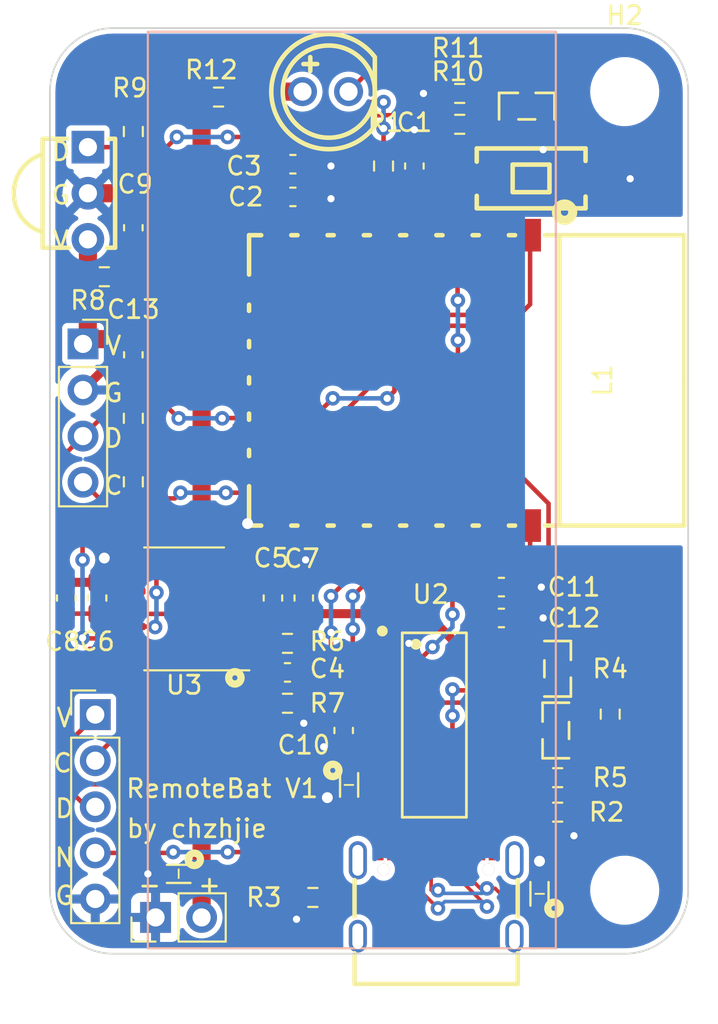
<source format=kicad_pcb>
(kicad_pcb (version 20211014) (generator pcbnew)
  (layers (0 "F.Cu" signal) (31 "B.Cu" signal) (34 "B.Paste" user) (35 "F.Paste" user) (36 "B.SilkS" user "B.Silkscreen") (37 "F.SilkS" user "F.Silkscreen") (38 "B.Mask" user) (39 "F.Mask" user) (44 "Edge.Cuts" user))
  (net 0 "")
  (net 1 "CHIP_PU")
  (net 2 "GND")
  (net 3 "+3V0")
  (net 4 "NRST")
  (net 6 "D+")
  (net 7 "D-")
  (net 8 "INT")
  (net 9 "SDA")
  (net 10 "SCL")
  (net 20 "GPIO9")
  (net 23 "RXD")
  (net 24 "TXD")
  (net 25 "Net-(Q1-Pad1)")
  (net 26 "RTS")
  (net 27 "Net-(Q2-Pad1)")
  (net 28 "DTR")
  (net 29 "Net-(R2-Pad1)")
  (net 30 "Net-(R3-Pad1)")
  (net 31 "Net-(R7-Pad2)")
  (net 55 "SWDIO")
  (net 56 "SWCLK")
  (net 57 "Net-(C9-Pad1)")
  (net 58 "IR_RX")
  (net 59 "Net-(IR2-Pad1)")
  (net 60 "Net-(IR2-Pad2)")
  (net 61 "IR_TX")
  (net 62 "Net-(Q3-Pad1)")
  (footprint "easyeda2kicad:USB-C-SMD_G-SWITCH_GT-USB-7010ASV" (layer "F.Cu") (at 133.6 114.1325)
    (fp_text reference "U1")
    (fp_text value "GT-USB-7010ASV")
  )
  (footprint "Resistor_SMD:R_0603_1608Metric_Pad0.98x0.95mm_HandSolder" (layer "F.Cu") (at 134.9 71.8)
    (fp_text reference "R10")
    (fp_text value "1K")
  )
  (footprint "Capacitor_SMD:C_0603_1608Metric_Pad1.08x0.95mm_HandSolder" (layer "F.Cu") (at 113.2 97.9 90)
    (fp_text reference "C8")
    (fp_text value "0.1uF")
  )
  (footprint "Capacitor_SMD:C_0603_1608Metric_Pad1.08x0.95mm_HandSolder" (layer "F.Cu") (at 125.4 102)
    (fp_text reference "C4")
    (fp_text value "100nF")
  )
  (footprint "Resistor_SMD:R_0603_1608Metric_Pad0.98x0.95mm_HandSolder" (layer "F.Cu") (at 140.3 109.7)
    (fp_text reference "R2")
    (fp_text value "5.1K")
  )
  (footprint "Connector_PinHeader_2.54mm:PinHeader_1x05_P2.54mm_Vertical" (layer "F.Cu") (at 114.8 104.325)
    (fp_text reference "J1")
    (fp_text value "SWD")
  )
  (footprint "Capacitor_SMD:C_0603_1608Metric_Pad1.08x0.95mm_HandSolder" (layer "F.Cu") (at 116.9 84.5 -90)
    (fp_text reference "C13")
    (fp_text value "100nF")
  )
  (footprint "Resistor_SMD:R_0603_1608Metric_Pad0.98x0.95mm_HandSolder" (layer "F.Cu") (at 130.7 74.1 90)
    (fp_text reference "R1")
    (fp_text value "10K")
  )
  (footprint "Resistor_SMD:R_0603_1608Metric_Pad0.98x0.95mm_HandSolder" (layer "F.Cu") (at 116.9 88 -90)
    (fp_text reference "R13")
    (fp_text value "4.7K")
  )
  (footprint "Resistor_SMD:R_0603_1608Metric_Pad0.98x0.95mm_HandSolder" (layer "F.Cu") (at 121.6 70.3 180)
    (fp_text reference "R12")
    (fp_text value "30")
  )
  (footprint "Resistor_SMD:R_0603_1608Metric_Pad0.98x0.95mm_HandSolder" (layer "F.Cu") (at 140.3 107.8)
    (fp_text reference "R5")
    (fp_text value "10K")
  )
  (footprint "Capacitor_SMD:C_0603_1608Metric_Pad1.08x0.95mm_HandSolder" (layer "F.Cu") (at 116.9 77.5 90)
    (fp_text reference "C9")
    (fp_text value "10uF")
  )
  (footprint "Resistor_SMD:R_0603_1608Metric_Pad0.98x0.95mm_HandSolder" (layer "F.Cu") (at 125.4 100.4)
    (fp_text reference "R6")
    (fp_text value "10K")
  )
  (footprint "Capacitor_SMD:C_0603_1608Metric_Pad1.08x0.95mm_HandSolder" (layer "F.Cu") (at 124.6 97.9 90)
    (fp_text reference "C5")
    (fp_text value "10uF")
  )
  (footprint "easyeda2kicad:SOT-23-3_L2.9-W1.3-P1.90-LS2.4-BR" (layer "F.Cu") (at 138.6 70.8 -90)
    (fp_text reference "Q3")
    (fp_text value "L8050QLT1G")
  )
  (footprint "Capacitor_SMD:C_0603_1608Metric_Pad1.08x0.95mm_HandSolder" (layer "F.Cu") (at 125.7 75.8)
    (fp_text reference "C2")
    (fp_text value "10uF")
  )
  (footprint "Capacitor_SMD:C_0603_1608Metric_Pad1.08x0.95mm_HandSolder" (layer "F.Cu") (at 137.2 99)
    (fp_text reference "C12")
    (fp_text value "0.1uF")
  )
  (footprint "Resistor_SMD:R_0603_1608Metric_Pad0.98x0.95mm_HandSolder" (layer "F.Cu") (at 134.9 70.1)
    (fp_text reference "R11")
    (fp_text value "10K")
  )
  (footprint "Resistor_SMD:R_0603_1608Metric_Pad0.98x0.95mm_HandSolder" (layer "F.Cu") (at 125.4 103.7 180)
    (fp_text reference "R7")
    (fp_text value "10K")
  )
  (footprint "Package_SO:TSSOP-20_4.4x6.5mm_P0.65mm" (layer "F.Cu") (at 119.7 98.5 180)
    (fp_text reference "U3")
    (fp_text value "STM32F030F4Px")
  )
  (footprint "Capacitor_SMD:C_0603_1608Metric_Pad1.08x0.95mm_HandSolder" (layer "F.Cu") (at 126.3 97.9 90)
    (fp_text reference "C7")
    (fp_text value "0.1uF")
  )
  (footprint "easyeda2kicad:LED-TH_BD5.0-P2.54-FD" (layer "F.Cu") (at 127.5 70)
    (fp_text reference "IR2")
    (fp_text value "IR333C/H0/L10")
  )
  (footprint "Resistor_SMD:R_0603_1608Metric_Pad0.98x0.95mm_HandSolder" (layer "F.Cu") (at 115.3 80.2)
    (fp_text reference "R8")
    (fp_text value "220")
  )
  (footprint "Capacitor_SMD:C_0603_1608Metric_Pad1.08x0.95mm_HandSolder" (layer "F.Cu") (at 132.4 74.1 90)
    (fp_text reference "C1")
    (fp_text value "1uF")
  )
  (footprint "Resistor_SMD:R_0603_1608Metric_Pad0.98x0.95mm_HandSolder" (layer "F.Cu") (at 116.9 91.5 90)
    (fp_text reference "R14")
    (fp_text value "4.7K")
  )
  (footprint "Connector_PinHeader_2.54mm:PinHeader_1x02_P2.54mm_Vertical" (layer "F.Cu") (at 118.125 115.5 90)
    (fp_text reference "J2")
    (fp_text value "Conn_01x02")
  )
  (footprint "Connector_PinSocket_2.54mm:PinSocket_1x04_P2.54mm_Vertical" (layer "F.Cu") (at 114.125 83.9)
    (fp_text reference "J3")
    (fp_text value "SHTC3")
  )
  (footprint "Resistor_SMD:R_0603_1608Metric_Pad0.98x0.95mm_HandSolder" (layer "F.Cu") (at 126.8 114.4 180)
    (fp_text reference "R3")
    (fp_text value "5.1K")
  )
  (footprint "Capacitor_SMD:C_0603_1608Metric_Pad1.08x0.95mm_HandSolder" (layer "F.Cu") (at 128.5 105.2 -90)
    (fp_text reference "C10")
    (fp_text value "0.1uF")
  )
  (footprint "Resistor_SMD:R_0603_1608Metric_Pad0.98x0.95mm_HandSolder" (layer "F.Cu") (at 116.9 72.2 90)
    (fp_text reference "R9")
    (fp_text value "10K")
  )
  (footprint "easyeda2kicad:SOT-23-3_L2.9-W1.3-P1.90-LS2.4-BR" (layer "F.Cu") (at 140.3 101.8 180)
    (fp_text reference "Q1")
    (fp_text value "L8050QLT1G")
  )
  (footprint "easyeda2kicad:OPTO-TH_IRM-3638T" (layer "F.Cu") (at 114.394511 75.6 -90)
    (fp_text reference "IR1")
    (fp_text value "IRM-3638T")
  )
  (footprint "Capacitor_SMD:C_0603_1608Metric_Pad1.08x0.95mm_HandSolder" (layer "F.Cu") (at 114.9 97.9 90)
    (fp_text reference "C6")
    (fp_text value "10uF")
  )
  (footprint "easyeda2kicad:SOD-523_L1.2-W0.8-LS1.6-BI" (layer "F.Cu") (at 128.8 108.2 -90)
    (fp_text reference "D3")
    (fp_text value "LESD5D5.0CT1G")
  )
  (footprint "easyeda2kicad:SW-SMD_L6.0-W3.3-LS8.0" (layer "F.Cu") (at 138.7 74.8 180)
    (fp_text reference "SW1")
    (fp_text value "TS-1101-C-W")
  )
  (footprint "easyeda2kicad:SOT-23-3_L2.9-W1.3-P1.90-LS2.4-BR" (layer "F.Cu") (at 140.2 105.2)
    (fp_text reference "Q2")
    (fp_text value "L8050QLT1G")
  )
  (footprint "easyeda2kicad:SOD-523_L1.2-W0.8-LS1.6-BI" (layer "F.Cu") (at 139.3 114.2 90)
    (fp_text reference "D2")
    (fp_text value "LESD5D5.0CT1G")
  )
  (footprint "easyeda2kicad:WIRELM-SMD_ESP-C3-12F-2M" (layer "F.Cu") (at 131.0325 85.91 -90)
    (fp_text reference "L1")
    (fp_text value "ESP-C3-12F-4M")
  )
  (footprint "Capacitor_SMD:C_0603_1608Metric_Pad1.08x0.95mm_HandSolder" (layer "F.Cu") (at 125.7 74)
    (fp_text reference "C3")
    (fp_text value "0.1uF")
  )
  (footprint "Resistor_SMD:R_0603_1608Metric_Pad0.98x0.95mm_HandSolder" (layer "F.Cu") (at 143.2 104.3 90)
    (fp_text reference "R4")
    (fp_text value "10K")
  )
  (footprint "easyeda2kicad:SOD-523_L1.2-W0.8-LS1.6-BI" (layer "F.Cu") (at 119.4 113.1 180)
    (fp_text reference "D4")
    (fp_text value "LESD5D5.0CT1G")
  )
  (footprint "Capacitor_SMD:C_0603_1608Metric_Pad1.08x0.95mm_HandSolder" (layer "F.Cu") (at 137.2 97.3)
    (fp_text reference "C11")
    (fp_text value "10uF")
  )
  (footprint "MountingHole:MountingHole_3.2mm_M3" (layer "F.Cu") (at 144 114)
    (fp_text reference "H1")
    (fp_text value "MountingHole")
  )
  (footprint "easyeda2kicad:SOP-16_L10.0-W3.9-P1.27-LS6.0-BL" (layer "F.Cu") (at 133.5 104.9 -90)
    (fp_text reference "U2")
    (fp_text value "CH340C")
  )
  (footprint "MountingHole:MountingHole_3.2mm_M3" (layer "F.Cu") (at 144 70)
    (fp_text reference "H2")
    (fp_text value "MountingHole")
  )
  (footprint "my_lib:BatCell_AAA" (layer "B.Cu") (at 140.2 66.7 180)
    (fp_text reference "Conn1")
    (fp_text value "BatCell_AAA")
  )
  (gr_circle (center 120.258579 112.3) (end 120.4 112.3) (layer "F.SilkS") (width 0.4) (fill none))
  (gr_circle (center 140.1 115) (end 140.241421 115) (layer "F.SilkS") (width 0.4) (fill none))
  (gr_circle (center 127.9 107.4) (end 128.041421 107.4) (layer "F.SilkS") (width 0.4) (fill none))
  (gr_circle (center 122.5 102.3) (end 122.641421 102.3) (layer "F.SilkS") (width 0.4) (fill none))
  (gr_arc (start 144 66.5) (mid 146.474874 67.525126) (end 147.5 70) (layer "Edge.Cuts") (width 0.1))
  (gr_line (start 147.5 114) (end 147.5 70) (layer "Edge.Cuts") (width 0.1))
  (gr_line (start 112.3 70) (end 112.3 114) (layer "Edge.Cuts") (width 0.1))
  (gr_line (start 144 66.5) (end 115.8 66.5) (layer "Edge.Cuts") (width 0.1))
  (gr_arc (start 147.5 114) (mid 146.474874 116.474874) (end 144 117.5) (layer "Edge.Cuts") (width 0.1))
  (gr_line (start 144 117.5) (end 115.8 117.5) (layer "Edge.Cuts") (width 0.1))
  (gr_arc (start 115.8 117.5) (mid 113.325126 116.474874) (end 112.3 114) (layer "Edge.Cuts") (width 0.1))
  (gr_arc (start 112.3 70) (mid 113.325126 67.525126) (end 115.8 66.5) (layer "Edge.Cuts") (width 0.1))
  (gr_text "D" (at 115.8 89.1) (layer "F.SilkS") (effects (font (size 1 1))))
  (gr_text "V" (at 115.8 84) (layer "F.SilkS") (effects (font (size 1 1))))
  (gr_text "by chzhjie" (at 120.4 110.6) (layer "F.SilkS") (effects (font (size 1 1))))
  (gr_text "N" (at 113.1 112.2) (layer "F.SilkS") (effects (font (size 1 1))))
  (gr_text "G" (at 112.9 75.7) (layer "F.SilkS") (effects (font (size 1 1))))
  (gr_text "G" (at 113.1 114.3) (layer "F.SilkS") (effects (font (size 1 1))))
  (gr_text "+" (at 121.1 113.7) (layer "F.SilkS") (effects (font (size 1 1))))
  (gr_text "RemoteBat V1" (at 121.8 108.4) (layer "F.SilkS") (effects (font (size 1 1))))
  (gr_text "C" (at 113 107) (layer "F.SilkS") (effects (font (size 1 1))))
  (gr_text "V" (at 113.1 104.5) (layer "F.SilkS") (effects (font (size 1 1))))
  (gr_text "C" (at 115.8 91.7) (layer "F.SilkS") (effects (font (size 1 1))))
  (gr_text "V" (at 112.9 78.2) (layer "F.SilkS") (effects (font (size 1 1))))
  (gr_text "D" (at 112.9 73.3) (layer "F.SilkS") (effects (font (size 1 1))))
  (gr_text "D" (at 113.1 109.5) (layer "F.SilkS") (effects (font (size 1 1))))
  (gr_text "-" (at 117.8 113.7) (layer "F.SilkS") (effects (font (size 1 1))))
  (gr_text "G" (at 115.8 86.6) (layer "F.SilkS") (effects (font (size 1 1))))
  (segment (start 134.7825 74.8825) (end 134.7 74.8) (width 0.25) (layer "F.Cu") (net 1))
  (segment (start 134.8 87.7) (end 139.8 92.7) (width 0.25) (layer "F.Cu") (net 1))
  (segment (start 134.8 83.7) (end 134.8 87.7) (width 0.25) (layer "F.Cu") (net 1))
  (segment (start 132.4 74.9625) (end 134.5375 74.9625) (width 0.25) (layer "F.Cu") (net 1))
  (segment (start 134.7825 77.91) (end 134.7825 74.8825) (width 0.25) (layer "F.Cu") (net 1))
  (segment (start 134.7825 81.4825) (end 134.7825 77.91) (width 0.25) (layer "F.Cu") (net 1))
  (segment (start 141.3 97.3) (end 141.3 101.8) (width 0.25) (layer "F.Cu") (net 1))
  (segment (start 139.8 95.8) (end 141.3 97.3) (width 0.25) (layer "F.Cu") (net 1))
  (segment (start 134.5375 74.9625) (end 134.7 74.8) (width 0.25) (layer "F.Cu") (net 1))
  (segment (start 130.75 74.9625) (end 130.7 75.0125) (width 0.25) (layer "F.Cu") (net 1))
  (segment (start 134.8 81.5) (end 134.7825 81.4825) (width 0.25) (layer "F.Cu") (net 1))
  (segment (start 132.4 74.9625) (end 130.75 74.9625) (width 0.25) (layer "F.Cu") (net 1))
  (segment (start 139.8 92.7) (end 139.8 95.8) (width 0.25) (layer "F.Cu") (net 1))
  (via (at 134.8 81.5) (size 0.8) (drill 0.4) (layers "F.Cu" "B.Cu") (net 1))
  (via (at 134.8 83.7) (size 0.8) (drill 0.4) (layers "F.Cu" "B.Cu") (net 1))
  (segment (start 134.8 83.7) (end 134.8 81.5) (width 0.25) (layer "B.Cu") (net 1))
  (segment (start 141.2 111) (end 141.2 109.7125) (width 0.5) (layer "F.Cu") (net 2))
  (segment (start 124.6 97.0375) (end 126.3 97.0375) (width 0.5) (layer "F.Cu") (net 2))
  (segment (start 130.4 111.7325) (end 130.4 111.3) (width 0.5) (layer "F.Cu") (net 2))
  (segment (start 128.4625 106.1) (end 128.5 106.0625) (width 0.5) (layer "F.Cu") (net 2))
  (segment (start 130.4 111.3) (end 128.8 109.7) (width 0.5) (layer "F.Cu") (net 2))
  (segment (start 116.9 76.2) (end 116.3 75.6) (width 1) (layer "F.Cu") (net 2))
  (segment (start 139.3 111) (end 139.3 112.4) (width 0.5) (layer "F.Cu") (net 2))
  (segment (start 139.5 71.85) (end 139.55 71.8) (width 0.5) (layer "F.Cu") (net 2))
  (segment (start 132.9 70.1) (end 133.9875 70.1) (width 0.5) (layer "F.Cu") (net 2))
  (segment (start 144.3 74.8) (end 142.7 74.8) (width 0.5) (layer "F.Cu") (net 2))
  (segment (start 126.4 96.9375) (end 126.3 97.0375) (width 0.5) (layer "F.Cu") (net 2))
  (segment (start 115.2025 85.3625) (end 114.125 86.44) (width 0.5) (layer "F.Cu") (net 2))
  (segment (start 113.2 97.0375) (end 114.9 97.0375) (width 0.5) (layer "F.Cu") (net 2))
  (segment (start 116.0375 98.175) (end 114.9 97.0375) (width 0.25) (layer "F.Cu") (net 2))
  (segment (start 126.6625 74.1) (end 126.5625 74) (width 0.5) (layer "F.Cu") (net 2))
  (segment (start 126.3 104.8) (end 126.3 103.7125) (width 0.5) (layer "F.Cu") (net 2))
  (segment (start 136.8 111.7325) (end 136.8 111.2) (width 0.5) (layer "F.Cu") (net 2))
  (segment (start 126.3 103.7125) (end 126.3125 103.7) (width 0.5) (layer "F.Cu") (net 2))
  (segment (start 115.3 95.7) (end 115.3 96.6375) (width 0.5) (layer "F.Cu") (net 2))
  (segment (start 132.1 100.4) (end 130.68 100.4) (width 0.25) (layer "F.Cu") (net 2))
  (segment (start 139 110.7) (end 139.3 111) (width 0.5) (layer "F.Cu") (net 2))
  (segment (start 130.68 100.4) (end 130.63 100.45) (width 0.25) (layer "F.Cu") (net 2))
  (segment (start 132.4 72.1) (end 132.4 73.2375) (width 0.5) (layer "F.Cu") (net 2))
  (segment (start 139.5 73.2) (end 139.5 71.85) (width 0.5) (layer "F.Cu") (net 2))
  (segment (start 124.6725 93.8) (end 124.7825 93.91) (width 0.5) (layer "F.Cu") (net 2))
  (segment (start 116.9 85.3625) (end 115.2025 85.3625) (width 0.5) (layer "F.Cu") (net 2))
  (segment (start 116.8375 98.175) (end 116.0375 98.175) (width 0.25) (layer "F.Cu") (net 2))
  (segment (start 125.9 115.6) (end 125.9 114.4125) (width 0.5) (layer "F.Cu") (net 2))
  (segment (start 125.9 114.4125) (end 125.8875 114.4) (width 0.5) (layer "F.Cu") (net 2))
  (segment (start 139.4 97.3) (end 138.0625 97.3) (width 0.5) (layer "F.Cu") (net 2))
  (segment (start 123.2 93.8) (end 124.6725 93.8) (width 0.5) (layer "F.Cu") (net 2))
  (segment (start 126.4 95.8) (end 126.4 96.9375) (width 0.5) (layer "F.Cu") (net 2))
  (segment (start 136.8 111.2) (end 137.3 110.7) (width 0.5) (layer "F.Cu") (net 2))
  (segment (start 128.8 109.7) (end 128.8 108.95) (width 0.5) (layer "F.Cu") (net 2))
  (segment (start 127.4 106.1) (end 128.4625 106.1) (width 0.5) (layer "F.Cu") (net 2))
  (segment (start 128.8 108.95) (end 127.65 108.95) (width 0.5) (layer "F.Cu") (net 2))
  (segment (start 118.65 113.1) (end 117.7 113.1) (width 0.5) (layer "F.Cu") (net 2))
  (segment (start 127.8 74.1) (end 126.6625 74.1) (width 0.5) (layer "F.Cu") (net 2))
  (segment (start 126.6625 75.9) (end 126.5625 75.8) (width 0.5) (layer "F.Cu") (net 2))
  (segment (start 126.3125 102.05) (end 126.2625 102) (width 0.5) (layer "F.Cu") (net 2))
  (segment (start 116.9 76.6375) (end 116.9 76.2) (width 1) (layer "F.Cu") (net 2))
  (segment (start 139.3 113.45) (end 139.3 112.4) (width 0.5) (layer "F.Cu") (net 2))
  (segment (start 127.65 108.95) (end 127.6 108.9) (width 0.5) (layer "F.Cu") (net 2))
  (segment (start 116.3 75.6) (end 114.394511 75.6) (width 1) (layer "F.Cu") (net 2))
  (segment (start 127.8 75.9) (end 126.6625 75.9) (width 0.5) (layer "F.Cu") (net 2))
  (segment (start 141.2 109.7125) (end 141.2125 109.7) (width 0.5) (layer "F.Cu") (net 2))
  (segment (start 115.3 96.6375) (end 114.9 97.0375) (width 0.5) (layer "F.Cu") (net 2))
  (segment (start 139.5 99) (end 138.0625 99) (width 0.5) (layer "F.Cu") (net 2))
  (segment (start 137.3 110.7) (end 139 110.7) (width 0.5) (layer "F.Cu") (net 2))
  (segment (start 126.3125 103.7) (end 126.3125 102.05) (width 0.5) (layer "F.Cu") (net 2))
  (via (at 127.8 75.9) (size 0.8) (drill 0.4) (layers "F.Cu" "B.Cu") (net 2))
  (via (at 132.1 100.4) (size 0.8) (drill 0.4) (layers "F.Cu" "B.Cu") (net 2))
  (via (at 132.4 72.1) (size 0.8) (drill 0.4) (layers "F.Cu" "B.Cu") (net 2))
  (via (at 126.3 104.8) (size 0.8) (drill 0.4) (layers "F.Cu" "B.Cu") (net 2))
  (via (at 127.4 106.1) (size 0.8) (drill 0.4) (layers "F.Cu" "B.Cu") (net 2))
  (via (at 141.2 111) (size 0.8) (drill 0.4) (layers "F.Cu" "B.Cu") (net 2))
  (via (at 127.8 74.1) (size 0.8) (drill 0.4) (layers "F.Cu" "B.Cu") (net 2))
  (via (at 123.2 93.8) (size 1) (drill 0.6) (layers "F.Cu" "B.Cu") (net 2))
  (via (at 126.4 95.8) (size 0.8) (drill 0.4) (layers "F.Cu" "B.Cu") (net 2))
  (via (at 139.3 112.4) (size 1) (drill 0.6) (layers "F.Cu" "B.Cu") (net 2))
  (via (at 144.3 74.8) (size 0.8) (drill 0.4) (layers "F.Cu" "B.Cu") (net 2))
  (via (at 139.5 73.2) (size 0.8) (drill 0.4) (layers "F.Cu" "B.Cu") (net 2))
  (via (at 127.6 108.9) (size 1) (drill 0.6) (layers "F.Cu" "B.Cu") (net 2))
  (via (at 139.4 97.3) (size 0.8) (drill 0.4) (layers "F.Cu" "B.Cu") (net 2))
  (via (at 115.3 95.7) (size 1) (drill 0.6) (layers "F.Cu" "B.Cu") (net 2))
  (via (at 132.9 70.1) (size 0.8) (drill 0.4) (layers "F.Cu" "B.Cu") (net 2))
  (via (at 117.7 113.1) (size 0.8) (drill 0.4) (layers "F.Cu" "B.Cu") (net 2))
  (via (at 125.9 115.6) (size 0.8) (drill 0.4) (layers "F.Cu" "B.Cu") (net 2))
  (via (at 139.5 99) (size 0.8) (drill 0.4) (layers "F.Cu" "B.Cu") (net 2))
  (segment (start 114.3875 80.2) (end 114.3875 83.6375) (width 1) (layer "F.Cu") (net 3))
  (segment (start 128.5 104.3375) (end 127.9625 104.3375) (width 0.25) (layer "F.Cu") (net 3))
  (segment (start 128.5675 104.27) (end 128.5 104.3375) (width 0.5) (layer "F.Cu") (net 3))
  (segment (start 136.37 99.0325) (end 136.3375 99) (width 0.5) (layer "F.Cu") (net 3))
  (segment (start 124.7825 75.855) (end 124.8375 75.8) (width 1) (layer "F.Cu") (net 3))
  (segment (start 113.5 107.8) (end 113.865 108.165) (width 0.25) (layer "F.Cu") (net 3))
  (segment (start 120.665 98.965) (end 120.665 90.235) (width 1) (layer "F.Cu") (net 3))
  (segment (start 126.3 100.3875) (end 126.3125 100.4) (width 0.25) (layer "F.Cu") (net 3))
  (segment (start 124.6 98.7625) (end 126.3 98.7625) (width 0.25) (layer "F.Cu") (net 3))
  (segment (start 116.9 90.5875) (end 120.3125 90.5875) (width 1) (layer "F.Cu") (net 3))
  (segment (start 134.75 100.45) (end 133.0625 98.7625) (width 0.5) (layer "F.Cu") (net 3))
  (segment (start 124.5375 98.825) (end 124.6 98.7625) (width 0.25) (layer "F.Cu") (net 3))
  (segment (start 126.135 113.065) (end 120.665 113.065) (width 0.25) (layer "F.Cu") (net 3))
  (segment (start 130.7 70.5755) (end 130.0245 70.5755) (width 0.25) (layer "F.Cu") (net 3))
  (segment (start 116.9 83.6375) (end 114.3875 83.6375) (width 1) (layer "F.Cu") (net 3))
  (segment (start 116.9 83.6375) (end 116.9 83.3) (width 1) (layer "F.Cu") (net 3))
  (segment (start 120.665 90.235) (end 120.665 70.335) (width 1) (layer "F.Cu") (net 3))
  (segment (start 114.6 104.6) (end 113.5 105.7) (width 0.25) (layer "F.Cu") (net 3))
  (segment (start 136.3375 99) (end 136.3375 97.3) (width 0.5) (layer "F.Cu") (net 3))
  (segment (start 126.6 105.7) (end 126.6 112.6) (width 0.25) (layer "F.Cu") (net 3))
  (segment (start 114.9 98.7625) (end 113.2 98.7625) (width 0.25) (layer "F.Cu") (net 3))
  (segment (start 116.8375 98.825) (end 116.887011 98.775489) (width 0.25) (layer "F.Cu") (net 3))
  (segment (start 122.5625 98.825) (end 124.5375 98.825) (width 0.25) (layer "F.Cu") (net 3))
  (segment (start 133.0625 98.7625) (end 126.3 98.7625) (width 0.5) (layer "F.Cu") (net 3))
  (segment (start 122.3 77.9) (end 122.31 77.91) (width 1) (layer "F.Cu") (net 3))
  (segment (start 114.9625 98.825) (end 114.9 98.7625) (width 0.25) (layer "F.Cu") (net 3))
  (segment (start 136.37 100.45) (end 136.37 99.0325) (width 0.5) (layer "F.Cu") (net 3))
  (segment (start 116.9 88.9125) (end 116.9 90.5875) (width 1) (layer "F.Cu") (net 3))
  (segment (start 116.887011 98.775489) (end 120.475489 98.775489) (width 0.25) (layer "F.Cu") (net 3))
  (segment (start 113.865 108.165) (end 120.665 108.165) (width 0.25) (layer "F.Cu") (net 3))
  (segment (start 120.475489 98.775489) (end 120.665 98.965) (width 0.25) (layer "F.Cu") (net 3))
  (segment (start 124.8375 75.8) (end 124.8375 74) (width 1) (layer "F.Cu") (net 3))
  (segment (start 122.5625 98.825) (end 120.805 98.825) (width 0.25) (layer "F.Cu") (net 3))
  (segment (start 129.3 71.3) (end 121.6875 71.3) (width 0.25) (layer "F.Cu") (net 3))
  (segment (start 121.6875 71.3) (end 120.6875 70.3) (width 0.25) (layer "F.Cu") (net 3))
  (segment (start 124.7825 77.91) (end 124.7825 75.855) (width 1) (layer "F.Cu") (net 3))
  (segment (start 130.0245 70.5755) (end 129.3 71.3) (width 0.25) (layer "F.Cu") (net 3))
  (segment (start 127.9625 104.3375) (end 126.6 105.7) (width 0.25) (layer "F.Cu") (net 3))
  (segment (start 120.3125 90.5875) (end 120.665 90.235) (width 1) (layer "F.Cu") (net 3))
  (segment (start 117.8875 70.3) (end 116.9 71.2875) (width 1) (layer "F.Cu") (net 3))
  (segment (start 116.9 83.3) (end 121.165 79.035) (width 1) (layer "F.Cu") (net 3))
  (segment (start 120.805 98.825) (end 120.665 98.965) (width 0.25) (layer "F.Cu") (net 3))
  (segment (start 126.3 98.7625) (end 126.3 100.3875) (width 0.25) (layer "F.Cu") (net 3))
  (segment (start 130.7 73.1875) (end 130.7 72.0245) (width 0.25) (layer "F.Cu") (net 3))
  (segment (start 116.8375 98.825) (end 114.9625 98.825) (width 0.25) (layer "F.Cu") (net 3))
  (segment (start 114.3875 83.6375) (end 114.125 83.9) (width 1) (layer "F.Cu") (net 3))
  (segment (start 130.63 104.27) (end 128.5675 104.27) (width 0.5) (layer "F.Cu") (net 3))
  (segment (start 113.5 105.7) (end 113.5 107.8) (width 0.25) (layer "F.Cu") (net 3))
  (segment (start 114.394511 80.192989) (end 114.3875 80.2) (width 1) (layer "F.Cu") (net 3))
  (segment (start 120.665 115.5) (end 120.665 113.065) (width 1) (layer "F.Cu") (net 3))
  (segment (start 120.665 113.065) (end 120.665 98.965) (width 1) (layer "F.Cu") (net 3))
  (segment (start 121.165 79.035) (end 122.3 77.9) (width 1) (layer "F.Cu") (net 3))
  (segment (start 126.6 112.6) (end 126.135 113.065) (width 0.25) (layer "F.Cu") (net 3))
  (segment (start 136.37 100.45) (end 134.75 100.45) (width 0.5) (layer "F.Cu") (net 3))
  (segment (start 120.6875 70.3) (end 117.8875 70.3) (width 1) (layer "F.Cu") (net 3))
  (segment (start 122.31 77.91) (end 124.7825 77.91) (width 1) (layer "F.Cu") (net 3))
  (segment (start 114.394511 78.14) (end 114.394511 80.192989) (width 1) (layer "F.Cu") (net 3))
  (via (at 130.7 72.0245) (size 0.8) (drill 0.4) (layers "F.Cu" "B.Cu") (net 3))
  (via (at 130.7 70.5755) (size 0.8) (drill 0.4) (layers "F.Cu" "B.Cu") (net 3))
  (segment (start 130.7 72.0245) (end 130.7 70.5755) (width 0.25) (layer "B.Cu") (net 3))
  (segment (start 119.1 111.9) (end 119.055 111.945) (width 0.25) (layer "F.Cu") (net 4))
  (segment (start 125.2 102) (end 125.4 102.2) (width 0.25) (layer "F.Cu") (net 4))
  (segment (start 125.4 102.2) (end 125.4 110.7) (width 0.25) (layer "F.Cu") (net 4))
  (segment (start 125.4 110.7) (end 124.2 111.9) (width 0.25) (layer "F.Cu") (net 4))
  (segment (start 124.5375 102) (end 125.2 102) (width 0.25) (layer "F.Cu") (net 4))
  (segment (start 123.5625 99.475) (end 124.4875 100.4) (width 0.25) (layer "F.Cu") (net 4))
  (segment (start 122.5625 99.475) (end 123.5625 99.475) (width 0.25) (layer "F.Cu") (net 4))
  (segment (start 124.5375 102) (end 124.5375 100.45) (width 0.25) (layer "F.Cu") (net 4))
  (segment (start 124.5375 100.45) (end 124.4875 100.4) (width 0.25) (layer "F.Cu") (net 4))
  (segment (start 119.055 111.945) (end 114.8 111.945) (width 0.25) (layer "F.Cu") (net 4))
  (segment (start 124.2 111.9) (end 122.1 111.9) (width 0.25) (layer "F.Cu") (net 4))
  (via (at 122.1 111.9) (size 0.8) (drill 0.4) (layers "F.Cu" "B.Cu") (net 4))
  (via (at 119.1 111.9) (size 0.8) (drill 0.4) (layers "F.Cu" "B.Cu") (net 4))
  (segment (start 122.1 111.9) (end 119.1 111.9) (width 0.25) (layer "B.Cu") (net 4))
  (segment (start 136.036894 113.900497) (end 136.4 113.900497) (width 0.2) (layer "F.Cu") (net 6))
  (segment (start 133.336397 114) (end 133.7 114) (width 0.2) (layer "F.Cu") (net 6))
  (segment (start 133.35 111.7325) (end 133.35 112.662501) (width 0.2) (layer "F.Cu") (net 6))
  (segment (start 133.325 113.988603) (end 133.336397 114) (width 0.2) (layer "F.Cu") (net 6))
  (segment (start 133.325 110.777499) (end 133.325 107.1068) (width 0.2) (layer "F.Cu") (net 6))
  (segment (start 134.35 111.7325) (end 134.325001 111.757499) (width 0.2) (layer "F.Cu") (net 6))
  (segment (start 133.35 111.7325) (end 133.35 110.802499) (width 0.2) (layer "F.Cu") (net 6))
  (segment (start 133.35 110.802499) (end 133.325 110.777499) (width 0.2) (layer "F.Cu") (net 6))
  (segment (start 134.325001 111.757499) (end 134.325001 112.576523) (width 0.2) (layer "F.Cu") (net 6))
  (segment (start 139.3 114.95) (end 137.902979 114.95) (width 0.2) (layer "F.Cu") (net 6))
  (segment (start 132.1582 105.94) (end 131.915 105.94) (width 0.2) (layer "F.Cu") (net 6))
  (segment (start 131.505 105.53) (end 130.63 105.53) (width 0.2) (layer "F.Cu") (net 6))
  (segment (start 133.35 112.662501) (end 133.325 112.687501) (width 0.2) (layer "F.Cu") (net 6))
  (segment (start 133.325 107.1068) (end 132.1582 105.94) (width 0.2) (layer "F.Cu") (net 6))
  (segment (start 134.788408 112.652011) (end 136.036894 113.900497) (width 0.2) (layer "F.Cu") (net 6))
  (segment (start 134.400489 112.652011) (end 134.788408 112.652011) (width 0.2) (layer "F.Cu") (net 6))
  (segment (start 133.325 112.687501) (end 133.325 113.988603) (width 0.2) (layer "F.Cu") (net 6))
  (segment (start 136.4 113.900497) (end 136.853476 113.900497) (width 0.2) (layer "F.Cu") (net 6))
  (segment (start 134.325001 112.576523) (end 134.400489 112.652011) (width 0.2) (layer "F.Cu") (net 6))
  (segment (start 136.853476 113.900497) (end 137.902979 114.95) (width 0.2) (layer "F.Cu") (net 6))
  (segment (start 131.915 105.94) (end 131.505 105.53) (width 0.2) (layer "F.Cu") (net 6))
  (via (at 133.7 114) (size 0.8) (drill 0.4) (layers "F.Cu" "B.Cu") (net 6))
  (via (at 136.4 113.900497) (size 0.8) (drill 0.4) (layers "F.Cu" "B.Cu") (net 6))
  (segment (start 136.4 113.900497) (end 136.125249 114.175248) (width 0.2) (layer "B.Cu") (net 6))
  (segment (start 136.125249 114.175248) (end 133.875248 114.175248) (width 0.2) (layer "B.Cu") (net 6))
  (segment (start 133.875248 114.175248) (end 133.7 114) (width 0.2) (layer "B.Cu") (net 6))
  (segment (start 133.874999 111.757499) (end 133.874999 112.762904) (width 0.2) (layer "F.Cu") (net 7))
  (segment (start 132.875 112.687501) (end 132.875 114.175) (width 0.2) (layer "F.Cu") (net 7))
  (segment (start 132.85 111.7325) (end 132.85 112.662501) (width 0.2) (layer "F.Cu") (net 7))
  (segment (start 131.505 106.8) (end 130.63 106.8) (width 0.2) (layer "F.Cu") (net 7))
  (segment (start 132.875 110.777499) (end 132.875 107.2932) (width 0.2) (layer "F.Cu") (net 7))
  (segment (start 133.874999 112.762904) (end 134.214097 113.102002) (width 0.2) (layer "F.Cu") (net 7))
  (segment (start 132.875 107.2932) (end 131.9718 106.39) (width 0.2) (layer "F.Cu") (net 7))
  (segment (start 132.85 110.802499) (end 132.875 110.777499) (width 0.2) (layer "F.Cu") (net 7))
  (segment (start 131.915 106.39) (end 131.505 106.8) (width 0.2) (layer "F.Cu") (net 7))
  (segment (start 130.63 106.8) (end 130 106.8) (width 0.2) (layer "F.Cu") (net 7))
  (segment (start 132.85 111.7325) (end 132.85 110.802499) (width 0.2) (layer "F.Cu") (net 7))
  (segment (start 134.214097 113.102002) (end 134.602002 113.102002) (width 0.2) (layer "F.Cu") (net 7))
  (segment (start 132.875 114.175) (end 133.7 115) (width 0.2) (layer "F.Cu") (net 7))
  (segment (start 131.9718 106.39) (end 131.915 106.39) (width 0.2) (layer "F.Cu") (net 7))
  (segment (start 133.85 111.7325) (end 133.874999 111.757499) (width 0.2) (layer "F.Cu") (net 7))
  (segment (start 134.602002 113.102002) (end 136.4 114.9) (width 0.2) (layer "F.Cu") (net 7))
  (segment (start 129.35 107.45) (end 128.8 107.45) (width 0.2) (layer "F.Cu") (net 7))
  (segment (start 130 106.8) (end 129.35 107.45) (width 0.2) (layer "F.Cu") (net 7))
  (segment (start 132.85 112.662501) (end 132.875 112.687501) (width 0.2) (layer "F.Cu") (net 7))
  (via (at 133.7 115) (size 0.8) (drill 0.4) (layers "F.Cu" "B.Cu") (net 7))
  (via (at 136.4 114.9) (size 0.8) (drill 0.4) (layers "F.Cu" "B.Cu") (net 7))
  (segment (start 134.074752 114.625248) (end 133.7 115) (width 0.2) (layer "B.Cu") (net 7))
  (segment (start 136.4 114.9) (end 136.125249 114.625249) (width 0.2) (layer "B.Cu") (net 7))
  (segment (start 136.125249 114.625249) (end 134.074752 114.625248) (width 0.2) (layer "B.Cu") (net 7))
  (segment (start 121.5 93.9) (end 121.5 94.4) (width 0.25) (layer "F.Cu") (net 8))
  (segment (start 122.5625 98.175) (end 121.874639 98.175) (width 0.25) (layer "F.Cu") (net 8))
  (segment (start 134 82.9) (end 132 84.9) (width 0.25) (layer "F.Cu") (net 8))
  (segment (start 138.7825 81.7175) (end 137.6 82.9) (width 0.25) (layer "F.Cu") (net 8))
  (segment (start 124.150228 92.685489) (end 122.714511 92.685489) (width 0.25) (layer "F.Cu") (net 8))
  (segment (start 127.335718 89.5) (end 124.150228 92.685489) (width 0.25) (layer "F.Cu") (net 8))
  (segment (start 121.874639 98.175) (end 121.5 97.800361) (width 0.25) (layer "F.Cu") (net 8))
  (segment (start 132 84.9) (end 132 87.9) (width 0.25) (layer "F.Cu") (net 8))
  (segment (start 138.7825 77.91) (end 138.7825 81.7175) (width 0.25) (layer "F.Cu") (net 8))
  (segment (start 132 87.9) (end 130.4 89.5) (width 0.25) (layer "F.Cu") (net 8))
  (segment (start 121.5 97.800361) (end 121.5 94.3) (width 0.25) (layer "F.Cu") (net 8))
  (segment (start 137.6 82.9) (end 134 82.9) (width 0.25) (layer "F.Cu") (net 8))
  (segment (start 130.4 89.5) (end 127.335718 89.5) (width 0.25) (layer "F.Cu") (net 8))
  (segment (start 122.714511 92.685489) (end 121.5 93.9) (width 0.25) (layer "F.Cu") (net 8))
  (segment (start 119.4 88) (end 118.4875 87.0875) (width 0.25) (layer "F.Cu") (net 9))
  (segment (start 121.814511 87.985489) (end 121.8 88) (width 0.25) (layer "F.Cu") (net 9))
  (segment (start 114.1 95.8) (end 114.1 94.1) (width 0.25) (layer "F.Cu") (net 9))
  (segment (start 114.09812 100.09812) (end 114.09812 100.097179) (width 0.25) (layer "F.Cu") (net 9))
  (segment (start 116.0175 87.0875) (end 116.9 87.0875) (width 0.25) (layer "F.Cu") (net 9))
  (segment (start 136.7825 77.91) (end 136.7825 81.3175) (width 0.25) (layer "F.Cu") (net 9))
  (segment (start 135.8 82.3) (end 132.9 82.3) (width 0.25) (layer "F.Cu") (net 9))
  (segment (start 114.125 88.98) (end 116.0175 87.0875) (width 0.25) (layer "F.Cu") (net 9))
  (segment (start 118.4875 87.0875) (end 116.9 87.0875) (width 0.25) (layer "F.Cu") (net 9))
  (segment (start 112.8 92.8) (end 112.8 90.305) (width 0.25) (layer "F.Cu") (net 9))
  (segment (start 127.9 86.9) (end 126.814511 87.985489) (width 0.25) (layer "F.Cu") (net 9))
  (segment (start 131.3 83.9) (end 131.3 86.5) (width 0.25) (layer "F.Cu") (net 9))
  (segment (start 131.3 86.5) (end 130.9 86.9) (width 0.25) (layer "F.Cu") (net 9))
  (segment (start 132.9 82.3) (end 131.3 83.9) (width 0.25) (layer "F.Cu") (net 9))
  (segment (start 114.125 100.125) (end 114.09812 100.09812) (width 0.25) (layer "F.Cu") (net 9))
  (segment (start 136.7825 81.3175) (end 135.8 82.3) (width 0.25) (layer "F.Cu") (net 9))
  (segment (start 114.1 94.1) (end 112.8 92.8) (width 0.25) (layer "F.Cu") (net 9))
  (segment (start 112.8 90.305) (end 114.125 88.98) (width 0.25) (layer "F.Cu") (net 9))
  (segment (start 126.814511 87.985489) (end 121.814511 87.985489) (width 0.25) (layer "F.Cu") (net 9))
  (segment (start 116.8375 100.125) (end 114.125 100.125) (width 0.25) (layer "F.Cu") (net 9))
  (via (at 127.9 86.9) (size 0.8) (drill 0.4) (layers "F.Cu" "B.Cu") (net 9))
  (via (at 114.1 95.8) (size 0.8) (drill 0.4) (layers "F.Cu" "B.Cu") (net 9))
  (via (at 119.4 88) (size 0.8) (drill 0.4) (layers "F.Cu" "B.Cu") (net 9))
  (via (at 121.8 88) (size 0.8) (drill 0.4) (layers "F.Cu" "B.Cu") (net 9))
  (via (at 114.09812 100.097179) (size 0.8) (drill 0.4) (layers "F.Cu" "B.Cu") (net 9))
  (via (at 130.9 86.9) (size 0.8) (drill 0.4) (layers "F.Cu" "B.Cu") (net 9))
  (segment (start 121.8 88) (end 119.4 88) (width 0.25) (layer "B.Cu") (net 9))
  (segment (start 114.09812 95.80188) (end 114.1 95.8) (width 0.25) (layer "B.Cu") (net 9))
  (segment (start 114.09812 100.097179) (end 114.09812 95.80188) (width 0.25) (layer "B.Cu") (net 9))
  (segment (start 130.9 86.9) (end 127.9 86.9) (width 0.25) (layer "B.Cu") (net 9))
  (segment (start 117.7 92.4) (end 116.9125 92.4) (width 0.25) (layer "F.Cu") (net 10))
  (segment (start 122 92.1) (end 124.1 92.1) (width 0.25) (layer "F.Cu") (net 10))
  (segment (start 115.0175 92.4125) (end 114.125 91.52) (width 0.25) (layer "F.Cu") (net 10))
  (segment (start 118.1 99.5) (end 118.075 99.475) (width 0.25) (layer "F.Cu") (net 10))
  (segment (start 130.7825 85.4175) (end 130.7825 77.91) (width 0.25) (layer "F.Cu") (net 10))
  (segment (start 119.1875 92.4125) (end 116.9 92.4125) (width 0.25) (layer "F.Cu") (net 10))
  (segment (start 118.1745 92.8745) (end 117.7 92.4) (width 0.25) (layer "F.Cu") (net 10))
  (segment (start 116.9 92.4125) (end 115.0175 92.4125) (width 0.25) (layer "F.Cu") (net 10))
  (segment (start 118.1745 97.6) (end 118.1745 92.8745) (width 0.25) (layer "F.Cu") (net 10))
  (segment (start 124.1 92.1) (end 130.7825 85.4175) (width 0.25) (layer "F.Cu") (net 10))
  (segment (start 116.9125 92.4) (end 116.9 92.4125) (width 0.25) (layer "F.Cu") (net 10))
  (segment (start 119.5 92.1) (end 119.1875 92.4125) (width 0.25) (layer "F.Cu") (net 10))
  (segment (start 118.075 99.475) (end 116.8375 99.475) (width 0.25) (layer "F.Cu") (net 10))
  (via (at 118.1745 97.6) (size 0.8) (drill 0.4) (layers "F.Cu" "B.Cu") (net 10))
  (via (at 122 92.1) (size 0.8) (drill 0.4) (layers "F.Cu" "B.Cu") (net 10))
  (via (at 118.1 99.5) (size 0.8) (drill 0.4) (layers "F.Cu" "B.Cu") (net 10))
  (via (at 119.5 92.1) (size 0.8) (drill 0.4) (layers "F.Cu" "B.Cu") (net 10))
  (segment (start 118.1745 99.4255) (end 118.1745 97.6) (width 0.25) (layer "B.Cu") (net 10))
  (segment (start 119.5 92.1) (end 122 92.1) (width 0.25) (layer "B.Cu") (net 10))
  (segment (start 118.1 99.5) (end 118.1745 99.4255) (width 0.25) (layer "B.Cu") (net 10))
  (segment (start 130.7825 95.3175) (end 130.7825 93.91) (width 0.25) (layer "F.Cu") (net 20))
  (segment (start 127.8 97.8) (end 130 95.6) (width 0.25) (layer "F.Cu") (net 20))
  (segment (start 127.8 102.1) (end 127.8 99.8) (width 0.25) (layer "F.Cu") (net 20))
  (segment (start 129.36548 103.66548) (end 127.8 102.1) (width 0.25) (layer "F.Cu") (net 20))
  (segment (start 140.61548 103.66548) (end 129.36548 103.66548) (width 0.25) (layer "F.Cu") (net 20))
  (segment (start 130 95.6) (end 130.5 95.6) (width 0.25) (layer "F.Cu") (net 20))
  (segment (start 141.2 104.25) (end 140.61548 103.66548) (width 0.25) (layer "F.Cu") (net 20))
  (segment (start 130.5 95.6) (end 130.7825 95.3175) (width 0.25) (layer "F.Cu") (net 20))
  (via (at 127.8 97.8) (size 0.8) (drill 0.4) (layers "F.Cu" "B.Cu") (net 20))
  (via (at 127.8 99.8) (size 0.8) (drill 0.4) (layers "F.Cu" "B.Cu") (net 20))
  (segment (start 127.8 99.8) (end 127.8 97.8) (width 0.25) (layer "B.Cu") (net 20))
  (segment (start 134.0925 96.6) (end 136.7825 93.91) (width 0.25) (layer "F.Cu") (net 23))
  (segment (start 130.63 102.99) (end 130.065 102.99) (width 0.25) (layer "F.Cu") (net 23))
  (segment (start 129 101.925) (end 129 99.612) (width 0.25) (layer "F.Cu") (net 23))
  (segment (start 129 97.8) (end 130.2 96.6) (width 0.25) (layer "F.Cu") (net 23))
  (segment (start 130.2 96.6) (end 134.0925 96.6) (width 0.25) (layer "F.Cu") (net 23))
  (segment (start 130.065 102.99) (end 129 101.925) (width 0.25) (layer "F.Cu") (net 23))
  (via (at 129 99.612) (size 0.8) (drill 0.4) (layers "F.Cu" "B.Cu") (net 23))
  (via (at 129 97.8) (size 0.8) (drill 0.4) (layers "F.Cu" "B.Cu") (net 23))
  (segment (start 129 99.612) (end 129 97.8) (width 0.25) (layer "B.Cu") (net 23))
  (segment (start 138.5 95.6) (end 138.7825 95.3175) (width 0.25) (layer "F.Cu") (net 24))
  (segment (start 134.5 98.8) (end 134.5 97.4) (width 0.25) (layer "F.Cu") (net 24))
  (segment (start 134.5 97.4) (end 136.3 95.6) (width 0.25) (layer "F.Cu") (net 24))
  (segment (start 132.28 101.72) (end 130.63 101.72) (width 0.25) (layer "F.Cu") (net 24))
  (segment (start 136.3 95.6) (end 138.5 95.6) (width 0.25) (layer "F.Cu") (net 24))
  (segment (start 133.4 100.6) (end 132.28 101.72) (width 0.25) (layer "F.Cu") (net 24))
  (segment (start 138.7825 95.3175) (end 138.7825 93.91) (width 0.25) (layer "F.Cu") (net 24))
  (via (at 134.5 98.8) (size 0.8) (drill 0.4) (layers "F.Cu" "B.Cu") (net 24))
  (via (at 133.4 100.6) (size 0.8) (drill 0.4) (layers "F.Cu" "B.Cu") (net 24))
  (segment (start 134.5 99.5) (end 134.5 98.8) (width 0.25) (layer "B.Cu") (net 24))
  (segment (start 133.4 100.6) (end 134.5 99.5) (width 0.25) (layer "B.Cu") (net 24))
  (segment (start 139.3 101.3) (end 139.3 100.85) (width 0.25) (layer "F.Cu") (net 25))
  (segment (start 143.2 103.3875) (end 141.3875 103.3875) (width 0.25) (layer "F.Cu") (net 25))
  (segment (start 141.3875 103.3875) (end 139.3 101.3) (width 0.25) (layer "F.Cu") (net 25))
  (segment (start 136.37 102.99) (end 134.54902 102.99) (width 0.25) (layer "F.Cu") (net 26))
  (segment (start 139.3875 107.7875) (end 137.79548 106.19548) (width 0.25) (layer "F.Cu") (net 26))
  (segment (start 134.54902 102.99) (end 134.5 102.94098) (width 0.25) (layer "F.Cu") (net 26))
  (segment (start 136.37 102.99) (end 139.06 102.99) (width 0.25) (layer "F.Cu") (net 26))
  (segment (start 135.58556 106.19548) (end 134.5 105.10992) (width 0.25) (layer "F.Cu") (net 26))
  (segment (start 139.3875 107.8) (end 139.3875 107.7875) (width 0.25) (layer "F.Cu") (net 26))
  (segment (start 139.06 102.99) (end 139.3 102.75) (width 0.25) (layer "F.Cu") (net 26))
  (segment (start 134.5 105.10992) (end 134.5 104.38998) (width 0.25) (layer "F.Cu") (net 26))
  (segment (start 137.79548 106.19548) (end 135.58556 106.19548) (width 0.25) (layer "F.Cu") (net 26))
  (via (at 134.5 102.94098) (size 0.8) (drill 0.4) (layers "F.Cu" "B.Cu") (net 26))
  (via (at 134.5 104.38998) (size 0.8) (drill 0.4) (layers "F.Cu" "B.Cu") (net 26))
  (segment (start 134.5 104.38998) (end 134.5 102.94098) (width 0.25) (layer "B.Cu") (net 26))
  (segment (start 141.2 106.15) (end 141.2 107.7875) (width 0.25) (layer "F.Cu") (net 27))
  (segment (start 141.2 107.7875) (end 141.2125 107.8) (width 0.25) (layer "F.Cu") (net 27))
  (segment (start 136.37 104.27) (end 138.27 104.27) (width 0.25) (layer "F.Cu") (net 28))
  (segment (start 143.1875 105.2) (end 143.2 105.2125) (width 0.25) (layer "F.Cu") (net 28))
  (segment (start 139.2 105.2) (end 143.1875 105.2) (width 0.25) (layer "F.Cu") (net 28))
  (segment (start 138.27 104.27) (end 139.2 105.2) (width 0.25) (layer "F.Cu") (net 28))
  (segment (start 139.14298 109.94452) (end 139.3875 109.7) (width 0.25) (layer "F.Cu") (net 29))
  (segment (start 136.218958 109.94452) (end 139.14298 109.94452) (width 0.25) (layer "F.Cu") (net 29))
  (segment (start 135.35 111.7325) (end 135.35 110.813478) (width 0.25) (layer "F.Cu") (net 29))
  (segment (start 135.35 110.813478) (end 136.218958 109.94452) (width 0.25) (layer "F.Cu") (net 29))
  (segment (start 132.35 112.651522) (end 130.601522 114.4) (width 0.25) (layer "F.Cu") (net 30))
  (segment (start 132.35 111.7325) (end 132.35 112.651522) (width 0.25) (layer "F.Cu") (net 30))
  (segment (start 130.601522 114.4) (end 127.7125 114.4) (width 0.25) (layer "F.Cu") (net 30))
  (segment (start 124.4875 103.7) (end 123.5 103.7) (width 0.25) (layer "F.Cu") (net 31))
  (segment (start 122.5625 102.7625) (end 122.5625 101.425) (width 0.25) (layer "F.Cu") (net 31))
  (segment (start 123.5 103.7) (end 122.5625 102.7625) (width 0.25) (layer "F.Cu") (net 31))
  (segment (start 113 108.1) (end 114.305 109.405) (width 0.25) (layer "F.Cu") (net 55))
  (segment (start 114.305 109.405) (end 114.6 109.405) (width 0.25) (layer "F.Cu") (net 55))
  (segment (start 116.8375 100.775) (end 116.7625 100.7) (width 0.25) (layer "F.Cu") (net 55))
  (segment (start 114.5 100.7) (end 113 102.2) (width 0.25) (layer "F.Cu") (net 55))
  (segment (start 116.7625 100.7) (end 114.5 100.7) (width 0.25) (layer "F.Cu") (net 55))
  (segment (start 113 102.2) (end 113 108.1) (width 0.25) (layer "F.Cu") (net 55))
  (segment (start 116.875 101.425) (end 116.9 101.4) (width 0.25) (layer "F.Cu") (net 56))
  (segment (start 116.9 101.4) (end 116.9 104.565) (width 0.25) (layer "F.Cu") (net 56))
  (segment (start 116.9 104.565) (end 114.6 106.865) (width 0.25) (layer "F.Cu") (net 56))
  (segment (start 116.8375 101.425) (end 116.875 101.425) (width 0.25) (layer "F.Cu") (net 56))
  (segment (start 116.9 79.7) (end 116.9 78.3625) (width 1) (layer "F.Cu") (net 57))
  (segment (start 116.4 80.2) (end 116.9 79.7) (width 1) (layer "F.Cu") (net 57))
  (segment (start 116.2125 80.2) (end 116.4 80.2) (width 1) (layer "F.Cu") (net 57))
  (segment (start 118.6875 73.1125) (end 119.3 72.5) (width 0.25) (layer "F.Cu") (net 58))
  (segment (start 122.1 72.5) (end 128.2825 72.5) (width 0.25) (layer "F.Cu") (net 58))
  (segment (start 116.9 73.1125) (end 116.8475 73.06) (width 0.25) (layer "F.Cu") (net 58))
  (segment (start 128.7825 77.91) (end 128.7825 73) (width 0.25) (layer "F.Cu") (net 58))
  (segment (start 116.8475 73.06) (end 114.394511 73.06) (width 0.25) (layer "F.Cu") (net 58))
  (segment (start 128.2825 72.5) (end 128.7825 73) (width 0.25) (layer "F.Cu") (net 58))
  (segment (start 116.9 73.1125) (end 118.6875 73.1125) (width 0.25) (layer "F.Cu") (net 58))
  (via (at 119.3 72.5) (size 0.8) (drill 0.4) (layers "F.Cu" "B.Cu") (net 58))
  (via (at 122.1 72.5) (size 0.8) (drill 0.4) (layers "F.Cu" "B.Cu") (net 58))
  (segment (start 122.1 72.5) (end 119.3 72.5) (width 0.25) (layer "B.Cu") (net 58))
  (segment (start 126.23 70) (end 122.8125 70) (width 1) (layer "F.Cu") (net 59))
  (segment (start 122.8125 70) (end 122.5125 70.3) (width 1) (layer "F.Cu") (net 59))
  (segment (start 138.6 69.8) (end 138.6 68.9) (width 0.25) (layer "F.Cu") (net 60))
  (segment (start 138.1 68.4) (end 130.37 68.4) (width 0.25) (layer "F.Cu") (net 60))
  (segment (start 138.6 68.9) (end 138.1 68.4) (width 0.25) (layer "F.Cu") (net 60))
  (segment (start 130.37 68.4) (end 128.77 70) (width 0.25) (layer "F.Cu") (net 60))
  (segment (start 129.4 75.8) (end 129.4 71.9) (width 0.25) (layer "F.Cu") (net 61))
  (segment (start 129.8 76.2) (end 129.4 75.8) (width 0.25) (layer "F.Cu") (net 61))
  (segment (start 132.7825 77.91) (end 132.7825 76.7825) (width 0.25) (layer "F.Cu") (net 61))
  (segment (start 129.4 71.9) (end 130 71.3) (width 0.25) (layer "F.Cu") (net 61))
  (segment (start 132.7825 76.7825) (end 132.2 76.2) (width 0.25) (layer "F.Cu") (net 61))
  (segment (start 132.2 76.2) (end 129.8 76.2) (width 0.25) (layer "F.Cu") (net 61))
  (segment (start 133.4875 71.3) (end 133.9875 71.8) (width 0.25) (layer "F.Cu") (net 61))
  (segment (start 130 71.3) (end 133.4875 71.3) (width 0.25) (layer "F.Cu") (net 61))
  (segment (start 135.8125 70.1) (end 135.8125 71.8) (width 0.25) (layer "F.Cu") (net 62))
  (segment (start 135.8125 71.8) (end 137.65 71.8) (width 0.25) (layer "F.Cu") (net 62))
  (zone (net 0) (net_name "") (layers F&B.Cu) (connect_pads (clearance 0)) (min_thickness 0.254)
    (keepout (tracks allowed) (vias allowed) (pads allowed) (copperpour not_allowed) (footprints allowed))
    (fill (thermal_gap 0.508) (thermal_bridge_width 0.508))
    (polygon (pts (xy 147.5 95) (xy 138.5 95) (xy 138.5 76.9) (xy 147.5 76.9)))
  )
  (zone (net 2) (net_name "GND") (layer "B.Cu") (connect_pads (clearance 0.3)) (min_thickness 0.25) (fill yes (thermal_gap 0.5) (thermal_bridge_width 0.5))
    (polygon (pts (xy 147.498564 117.484635) (xy 112.198564 117.484635) (xy 112.198564 66.384635) (xy 147.498564 66.384635)))
  )
)
</source>
